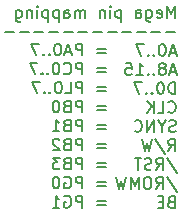
<source format=gbo>
G04 #@! TF.GenerationSoftware,KiCad,Pcbnew,(6.0.7-1)-1*
G04 #@! TF.CreationDate,2023-01-31T16:53:23+01:00*
G04 #@! TF.ProjectId,6502_computer,36353032-5f63-46f6-9d70-757465722e6b,REV*
G04 #@! TF.SameCoordinates,Original*
G04 #@! TF.FileFunction,Legend,Bot*
G04 #@! TF.FilePolarity,Positive*
%FSLAX46Y46*%
G04 Gerber Fmt 4.6, Leading zero omitted, Abs format (unit mm)*
G04 Created by KiCad (PCBNEW (6.0.7-1)-1) date 2023-01-31 16:53:23*
%MOMM*%
%LPD*%
G01*
G04 APERTURE LIST*
G04 Aperture macros list*
%AMRoundRect*
0 Rectangle with rounded corners*
0 $1 Rounding radius*
0 $2 $3 $4 $5 $6 $7 $8 $9 X,Y pos of 4 corners*
0 Add a 4 corners polygon primitive as box body*
4,1,4,$2,$3,$4,$5,$6,$7,$8,$9,$2,$3,0*
0 Add four circle primitives for the rounded corners*
1,1,$1+$1,$2,$3*
1,1,$1+$1,$4,$5*
1,1,$1+$1,$6,$7*
1,1,$1+$1,$8,$9*
0 Add four rect primitives between the rounded corners*
20,1,$1+$1,$2,$3,$4,$5,0*
20,1,$1+$1,$4,$5,$6,$7,0*
20,1,$1+$1,$6,$7,$8,$9,0*
20,1,$1+$1,$8,$9,$2,$3,0*%
G04 Aperture macros list end*
%ADD10C,0.150000*%
%ADD11R,3.500000X3.500000*%
%ADD12RoundRect,0.750000X-0.750000X-1.000000X0.750000X-1.000000X0.750000X1.000000X-0.750000X1.000000X0*%
%ADD13RoundRect,0.875000X-0.875000X-0.875000X0.875000X-0.875000X0.875000X0.875000X-0.875000X0.875000X0*%
%ADD14R,1.700000X1.700000*%
%ADD15O,1.700000X1.700000*%
%ADD16C,3.200000*%
%ADD17C,1.574800*%
%ADD18O,1.574800X1.574800*%
%ADD19C,2.700000*%
%ADD20R,1.600000X1.600000*%
%ADD21O,1.600000X1.600000*%
%ADD22O,1.579880X1.579880*%
%ADD23C,1.600000*%
%ADD24C,3.000000*%
%ADD25R,1.800000X2.600000*%
%ADD26O,1.800000X2.600000*%
%ADD27C,1.440000*%
%ADD28R,1.800000X1.800000*%
%ADD29C,1.800000*%
%ADD30R,1.200000X1.200000*%
%ADD31C,1.200000*%
G04 APERTURE END LIST*
D10*
X98724404Y-56918380D02*
X98724404Y-55918380D01*
X98391071Y-56632666D01*
X98057738Y-55918380D01*
X98057738Y-56918380D01*
X97200595Y-56870761D02*
X97295833Y-56918380D01*
X97486309Y-56918380D01*
X97581547Y-56870761D01*
X97629166Y-56775523D01*
X97629166Y-56394571D01*
X97581547Y-56299333D01*
X97486309Y-56251714D01*
X97295833Y-56251714D01*
X97200595Y-56299333D01*
X97152976Y-56394571D01*
X97152976Y-56489809D01*
X97629166Y-56585047D01*
X96295833Y-56251714D02*
X96295833Y-57061238D01*
X96343452Y-57156476D01*
X96391071Y-57204095D01*
X96486309Y-57251714D01*
X96629166Y-57251714D01*
X96724404Y-57204095D01*
X96295833Y-56870761D02*
X96391071Y-56918380D01*
X96581547Y-56918380D01*
X96676785Y-56870761D01*
X96724404Y-56823142D01*
X96772023Y-56727904D01*
X96772023Y-56442190D01*
X96724404Y-56346952D01*
X96676785Y-56299333D01*
X96581547Y-56251714D01*
X96391071Y-56251714D01*
X96295833Y-56299333D01*
X95391071Y-56918380D02*
X95391071Y-56394571D01*
X95438690Y-56299333D01*
X95533928Y-56251714D01*
X95724404Y-56251714D01*
X95819642Y-56299333D01*
X95391071Y-56870761D02*
X95486309Y-56918380D01*
X95724404Y-56918380D01*
X95819642Y-56870761D01*
X95867261Y-56775523D01*
X95867261Y-56680285D01*
X95819642Y-56585047D01*
X95724404Y-56537428D01*
X95486309Y-56537428D01*
X95391071Y-56489809D01*
X94152976Y-56251714D02*
X94152976Y-57251714D01*
X94152976Y-56299333D02*
X94057738Y-56251714D01*
X93867261Y-56251714D01*
X93772023Y-56299333D01*
X93724404Y-56346952D01*
X93676785Y-56442190D01*
X93676785Y-56727904D01*
X93724404Y-56823142D01*
X93772023Y-56870761D01*
X93867261Y-56918380D01*
X94057738Y-56918380D01*
X94152976Y-56870761D01*
X93248214Y-56918380D02*
X93248214Y-56251714D01*
X93248214Y-55918380D02*
X93295833Y-55966000D01*
X93248214Y-56013619D01*
X93200595Y-55966000D01*
X93248214Y-55918380D01*
X93248214Y-56013619D01*
X92772023Y-56251714D02*
X92772023Y-56918380D01*
X92772023Y-56346952D02*
X92724404Y-56299333D01*
X92629166Y-56251714D01*
X92486309Y-56251714D01*
X92391071Y-56299333D01*
X92343452Y-56394571D01*
X92343452Y-56918380D01*
X91105357Y-56918380D02*
X91105357Y-56251714D01*
X91105357Y-56346952D02*
X91057738Y-56299333D01*
X90962500Y-56251714D01*
X90819642Y-56251714D01*
X90724404Y-56299333D01*
X90676785Y-56394571D01*
X90676785Y-56918380D01*
X90676785Y-56394571D02*
X90629166Y-56299333D01*
X90533928Y-56251714D01*
X90391071Y-56251714D01*
X90295833Y-56299333D01*
X90248214Y-56394571D01*
X90248214Y-56918380D01*
X89343452Y-56918380D02*
X89343452Y-56394571D01*
X89391071Y-56299333D01*
X89486309Y-56251714D01*
X89676785Y-56251714D01*
X89772023Y-56299333D01*
X89343452Y-56870761D02*
X89438690Y-56918380D01*
X89676785Y-56918380D01*
X89772023Y-56870761D01*
X89819642Y-56775523D01*
X89819642Y-56680285D01*
X89772023Y-56585047D01*
X89676785Y-56537428D01*
X89438690Y-56537428D01*
X89343452Y-56489809D01*
X88867261Y-56251714D02*
X88867261Y-57251714D01*
X88867261Y-56299333D02*
X88772023Y-56251714D01*
X88581547Y-56251714D01*
X88486309Y-56299333D01*
X88438690Y-56346952D01*
X88391071Y-56442190D01*
X88391071Y-56727904D01*
X88438690Y-56823142D01*
X88486309Y-56870761D01*
X88581547Y-56918380D01*
X88772023Y-56918380D01*
X88867261Y-56870761D01*
X87962500Y-56251714D02*
X87962500Y-57251714D01*
X87962500Y-56299333D02*
X87867261Y-56251714D01*
X87676785Y-56251714D01*
X87581547Y-56299333D01*
X87533928Y-56346952D01*
X87486309Y-56442190D01*
X87486309Y-56727904D01*
X87533928Y-56823142D01*
X87581547Y-56870761D01*
X87676785Y-56918380D01*
X87867261Y-56918380D01*
X87962500Y-56870761D01*
X87057738Y-56918380D02*
X87057738Y-56251714D01*
X87057738Y-55918380D02*
X87105357Y-55966000D01*
X87057738Y-56013619D01*
X87010119Y-55966000D01*
X87057738Y-55918380D01*
X87057738Y-56013619D01*
X86581547Y-56251714D02*
X86581547Y-56918380D01*
X86581547Y-56346952D02*
X86533928Y-56299333D01*
X86438690Y-56251714D01*
X86295833Y-56251714D01*
X86200595Y-56299333D01*
X86152976Y-56394571D01*
X86152976Y-56918380D01*
X85248214Y-56251714D02*
X85248214Y-57061238D01*
X85295833Y-57156476D01*
X85343452Y-57204095D01*
X85438690Y-57251714D01*
X85581547Y-57251714D01*
X85676785Y-57204095D01*
X85248214Y-56870761D02*
X85343452Y-56918380D01*
X85533928Y-56918380D01*
X85629166Y-56870761D01*
X85676785Y-56823142D01*
X85724404Y-56727904D01*
X85724404Y-56442190D01*
X85676785Y-56346952D01*
X85629166Y-56299333D01*
X85533928Y-56251714D01*
X85343452Y-56251714D01*
X85248214Y-56299333D01*
X98724404Y-58147428D02*
X97962500Y-58147428D01*
X97486309Y-58147428D02*
X96724404Y-58147428D01*
X96248214Y-58147428D02*
X95486309Y-58147428D01*
X95010119Y-58147428D02*
X94248214Y-58147428D01*
X93772023Y-58147428D02*
X93010119Y-58147428D01*
X92533928Y-58147428D02*
X91772023Y-58147428D01*
X91295833Y-58147428D02*
X90533928Y-58147428D01*
X90057738Y-58147428D02*
X89295833Y-58147428D01*
X88819642Y-58147428D02*
X88057738Y-58147428D01*
X87581547Y-58147428D02*
X86819642Y-58147428D01*
X86343452Y-58147428D02*
X85581547Y-58147428D01*
X85105357Y-58147428D02*
X84343452Y-58147428D01*
X98772023Y-59852666D02*
X98295833Y-59852666D01*
X98867261Y-60138380D02*
X98533928Y-59138380D01*
X98200595Y-60138380D01*
X97676785Y-59138380D02*
X97581547Y-59138380D01*
X97486309Y-59186000D01*
X97438690Y-59233619D01*
X97391071Y-59328857D01*
X97343452Y-59519333D01*
X97343452Y-59757428D01*
X97391071Y-59947904D01*
X97438690Y-60043142D01*
X97486309Y-60090761D01*
X97581547Y-60138380D01*
X97676785Y-60138380D01*
X97772023Y-60090761D01*
X97819642Y-60043142D01*
X97867261Y-59947904D01*
X97914880Y-59757428D01*
X97914880Y-59519333D01*
X97867261Y-59328857D01*
X97819642Y-59233619D01*
X97772023Y-59186000D01*
X97676785Y-59138380D01*
X96914880Y-60043142D02*
X96867261Y-60090761D01*
X96914880Y-60138380D01*
X96962500Y-60090761D01*
X96914880Y-60043142D01*
X96914880Y-60138380D01*
X96438690Y-60043142D02*
X96391071Y-60090761D01*
X96438690Y-60138380D01*
X96486309Y-60090761D01*
X96438690Y-60043142D01*
X96438690Y-60138380D01*
X96057738Y-59138380D02*
X95391071Y-59138380D01*
X95819642Y-60138380D01*
X98772023Y-61462666D02*
X98295833Y-61462666D01*
X98867261Y-61748380D02*
X98533928Y-60748380D01*
X98200595Y-61748380D01*
X97724404Y-61176952D02*
X97819642Y-61129333D01*
X97867261Y-61081714D01*
X97914880Y-60986476D01*
X97914880Y-60938857D01*
X97867261Y-60843619D01*
X97819642Y-60796000D01*
X97724404Y-60748380D01*
X97533928Y-60748380D01*
X97438690Y-60796000D01*
X97391071Y-60843619D01*
X97343452Y-60938857D01*
X97343452Y-60986476D01*
X97391071Y-61081714D01*
X97438690Y-61129333D01*
X97533928Y-61176952D01*
X97724404Y-61176952D01*
X97819642Y-61224571D01*
X97867261Y-61272190D01*
X97914880Y-61367428D01*
X97914880Y-61557904D01*
X97867261Y-61653142D01*
X97819642Y-61700761D01*
X97724404Y-61748380D01*
X97533928Y-61748380D01*
X97438690Y-61700761D01*
X97391071Y-61653142D01*
X97343452Y-61557904D01*
X97343452Y-61367428D01*
X97391071Y-61272190D01*
X97438690Y-61224571D01*
X97533928Y-61176952D01*
X96914880Y-61653142D02*
X96867261Y-61700761D01*
X96914880Y-61748380D01*
X96962500Y-61700761D01*
X96914880Y-61653142D01*
X96914880Y-61748380D01*
X96438690Y-61653142D02*
X96391071Y-61700761D01*
X96438690Y-61748380D01*
X96486309Y-61700761D01*
X96438690Y-61653142D01*
X96438690Y-61748380D01*
X95438690Y-61748380D02*
X96010119Y-61748380D01*
X95724404Y-61748380D02*
X95724404Y-60748380D01*
X95819642Y-60891238D01*
X95914880Y-60986476D01*
X96010119Y-61034095D01*
X94533928Y-60748380D02*
X95010119Y-60748380D01*
X95057738Y-61224571D01*
X95010119Y-61176952D01*
X94914880Y-61129333D01*
X94676785Y-61129333D01*
X94581547Y-61176952D01*
X94533928Y-61224571D01*
X94486309Y-61319809D01*
X94486309Y-61557904D01*
X94533928Y-61653142D01*
X94581547Y-61700761D01*
X94676785Y-61748380D01*
X94914880Y-61748380D01*
X95010119Y-61700761D01*
X95057738Y-61653142D01*
X98724404Y-63358380D02*
X98724404Y-62358380D01*
X98486309Y-62358380D01*
X98343452Y-62406000D01*
X98248214Y-62501238D01*
X98200595Y-62596476D01*
X98152976Y-62786952D01*
X98152976Y-62929809D01*
X98200595Y-63120285D01*
X98248214Y-63215523D01*
X98343452Y-63310761D01*
X98486309Y-63358380D01*
X98724404Y-63358380D01*
X97533928Y-62358380D02*
X97438690Y-62358380D01*
X97343452Y-62406000D01*
X97295833Y-62453619D01*
X97248214Y-62548857D01*
X97200595Y-62739333D01*
X97200595Y-62977428D01*
X97248214Y-63167904D01*
X97295833Y-63263142D01*
X97343452Y-63310761D01*
X97438690Y-63358380D01*
X97533928Y-63358380D01*
X97629166Y-63310761D01*
X97676785Y-63263142D01*
X97724404Y-63167904D01*
X97772023Y-62977428D01*
X97772023Y-62739333D01*
X97724404Y-62548857D01*
X97676785Y-62453619D01*
X97629166Y-62406000D01*
X97533928Y-62358380D01*
X96772023Y-63263142D02*
X96724404Y-63310761D01*
X96772023Y-63358380D01*
X96819642Y-63310761D01*
X96772023Y-63263142D01*
X96772023Y-63358380D01*
X96295833Y-63263142D02*
X96248214Y-63310761D01*
X96295833Y-63358380D01*
X96343452Y-63310761D01*
X96295833Y-63263142D01*
X96295833Y-63358380D01*
X95914880Y-62358380D02*
X95248214Y-62358380D01*
X95676785Y-63358380D01*
X98152976Y-64873142D02*
X98200595Y-64920761D01*
X98343452Y-64968380D01*
X98438690Y-64968380D01*
X98581547Y-64920761D01*
X98676785Y-64825523D01*
X98724404Y-64730285D01*
X98772023Y-64539809D01*
X98772023Y-64396952D01*
X98724404Y-64206476D01*
X98676785Y-64111238D01*
X98581547Y-64016000D01*
X98438690Y-63968380D01*
X98343452Y-63968380D01*
X98200595Y-64016000D01*
X98152976Y-64063619D01*
X97248214Y-64968380D02*
X97724404Y-64968380D01*
X97724404Y-63968380D01*
X96914880Y-64968380D02*
X96914880Y-63968380D01*
X96343452Y-64968380D02*
X96772023Y-64396952D01*
X96343452Y-63968380D02*
X96914880Y-64539809D01*
X98772023Y-66530761D02*
X98629166Y-66578380D01*
X98391071Y-66578380D01*
X98295833Y-66530761D01*
X98248214Y-66483142D01*
X98200595Y-66387904D01*
X98200595Y-66292666D01*
X98248214Y-66197428D01*
X98295833Y-66149809D01*
X98391071Y-66102190D01*
X98581547Y-66054571D01*
X98676785Y-66006952D01*
X98724404Y-65959333D01*
X98772023Y-65864095D01*
X98772023Y-65768857D01*
X98724404Y-65673619D01*
X98676785Y-65626000D01*
X98581547Y-65578380D01*
X98343452Y-65578380D01*
X98200595Y-65626000D01*
X97581547Y-66102190D02*
X97581547Y-66578380D01*
X97914880Y-65578380D02*
X97581547Y-66102190D01*
X97248214Y-65578380D01*
X96914880Y-66578380D02*
X96914880Y-65578380D01*
X96343452Y-66578380D01*
X96343452Y-65578380D01*
X95295833Y-66483142D02*
X95343452Y-66530761D01*
X95486309Y-66578380D01*
X95581547Y-66578380D01*
X95724404Y-66530761D01*
X95819642Y-66435523D01*
X95867261Y-66340285D01*
X95914880Y-66149809D01*
X95914880Y-66006952D01*
X95867261Y-65816476D01*
X95819642Y-65721238D01*
X95724404Y-65626000D01*
X95581547Y-65578380D01*
X95486309Y-65578380D01*
X95343452Y-65626000D01*
X95295833Y-65673619D01*
X98152976Y-68188380D02*
X98486309Y-67712190D01*
X98724404Y-68188380D02*
X98724404Y-67188380D01*
X98343452Y-67188380D01*
X98248214Y-67236000D01*
X98200595Y-67283619D01*
X98152976Y-67378857D01*
X98152976Y-67521714D01*
X98200595Y-67616952D01*
X98248214Y-67664571D01*
X98343452Y-67712190D01*
X98724404Y-67712190D01*
X97010119Y-67140761D02*
X97867261Y-68426476D01*
X96772023Y-67188380D02*
X96533928Y-68188380D01*
X96343452Y-67474095D01*
X96152976Y-68188380D01*
X95914880Y-67188380D01*
X98010119Y-68750761D02*
X98867261Y-70036476D01*
X97105357Y-69798380D02*
X97438690Y-69322190D01*
X97676785Y-69798380D02*
X97676785Y-68798380D01*
X97295833Y-68798380D01*
X97200595Y-68846000D01*
X97152976Y-68893619D01*
X97105357Y-68988857D01*
X97105357Y-69131714D01*
X97152976Y-69226952D01*
X97200595Y-69274571D01*
X97295833Y-69322190D01*
X97676785Y-69322190D01*
X96724404Y-69750761D02*
X96581547Y-69798380D01*
X96343452Y-69798380D01*
X96248214Y-69750761D01*
X96200595Y-69703142D01*
X96152976Y-69607904D01*
X96152976Y-69512666D01*
X96200595Y-69417428D01*
X96248214Y-69369809D01*
X96343452Y-69322190D01*
X96533928Y-69274571D01*
X96629166Y-69226952D01*
X96676785Y-69179333D01*
X96724404Y-69084095D01*
X96724404Y-68988857D01*
X96676785Y-68893619D01*
X96629166Y-68846000D01*
X96533928Y-68798380D01*
X96295833Y-68798380D01*
X96152976Y-68846000D01*
X95867261Y-68798380D02*
X95295833Y-68798380D01*
X95581547Y-69798380D02*
X95581547Y-68798380D01*
X98010119Y-70360761D02*
X98867261Y-71646476D01*
X97105357Y-71408380D02*
X97438690Y-70932190D01*
X97676785Y-71408380D02*
X97676785Y-70408380D01*
X97295833Y-70408380D01*
X97200595Y-70456000D01*
X97152976Y-70503619D01*
X97105357Y-70598857D01*
X97105357Y-70741714D01*
X97152976Y-70836952D01*
X97200595Y-70884571D01*
X97295833Y-70932190D01*
X97676785Y-70932190D01*
X96486309Y-70408380D02*
X96295833Y-70408380D01*
X96200595Y-70456000D01*
X96105357Y-70551238D01*
X96057738Y-70741714D01*
X96057738Y-71075047D01*
X96105357Y-71265523D01*
X96200595Y-71360761D01*
X96295833Y-71408380D01*
X96486309Y-71408380D01*
X96581547Y-71360761D01*
X96676785Y-71265523D01*
X96724404Y-71075047D01*
X96724404Y-70741714D01*
X96676785Y-70551238D01*
X96581547Y-70456000D01*
X96486309Y-70408380D01*
X95629166Y-71408380D02*
X95629166Y-70408380D01*
X95295833Y-71122666D01*
X94962500Y-70408380D01*
X94962500Y-71408380D01*
X94581547Y-70408380D02*
X94343452Y-71408380D01*
X94152976Y-70694095D01*
X93962500Y-71408380D01*
X93724404Y-70408380D01*
X98391071Y-72494571D02*
X98248214Y-72542190D01*
X98200595Y-72589809D01*
X98152976Y-72685047D01*
X98152976Y-72827904D01*
X98200595Y-72923142D01*
X98248214Y-72970761D01*
X98343452Y-73018380D01*
X98724404Y-73018380D01*
X98724404Y-72018380D01*
X98391071Y-72018380D01*
X98295833Y-72066000D01*
X98248214Y-72113619D01*
X98200595Y-72208857D01*
X98200595Y-72304095D01*
X98248214Y-72399333D01*
X98295833Y-72446952D01*
X98391071Y-72494571D01*
X98724404Y-72494571D01*
X97724404Y-72494571D02*
X97391071Y-72494571D01*
X97248214Y-73018380D02*
X97724404Y-73018380D01*
X97724404Y-72018380D01*
X97248214Y-72018380D01*
X92882404Y-59571571D02*
X92120500Y-59571571D01*
X92120500Y-59857285D02*
X92882404Y-59857285D01*
X90882404Y-60095380D02*
X90882404Y-59095380D01*
X90501452Y-59095380D01*
X90406214Y-59143000D01*
X90358595Y-59190619D01*
X90310976Y-59285857D01*
X90310976Y-59428714D01*
X90358595Y-59523952D01*
X90406214Y-59571571D01*
X90501452Y-59619190D01*
X90882404Y-59619190D01*
X89930023Y-59809666D02*
X89453833Y-59809666D01*
X90025261Y-60095380D02*
X89691928Y-59095380D01*
X89358595Y-60095380D01*
X88834785Y-59095380D02*
X88739547Y-59095380D01*
X88644309Y-59143000D01*
X88596690Y-59190619D01*
X88549071Y-59285857D01*
X88501452Y-59476333D01*
X88501452Y-59714428D01*
X88549071Y-59904904D01*
X88596690Y-60000142D01*
X88644309Y-60047761D01*
X88739547Y-60095380D01*
X88834785Y-60095380D01*
X88930023Y-60047761D01*
X88977642Y-60000142D01*
X89025261Y-59904904D01*
X89072880Y-59714428D01*
X89072880Y-59476333D01*
X89025261Y-59285857D01*
X88977642Y-59190619D01*
X88930023Y-59143000D01*
X88834785Y-59095380D01*
X88072880Y-60000142D02*
X88025261Y-60047761D01*
X88072880Y-60095380D01*
X88120500Y-60047761D01*
X88072880Y-60000142D01*
X88072880Y-60095380D01*
X87596690Y-60000142D02*
X87549071Y-60047761D01*
X87596690Y-60095380D01*
X87644309Y-60047761D01*
X87596690Y-60000142D01*
X87596690Y-60095380D01*
X87215738Y-59095380D02*
X86549071Y-59095380D01*
X86977642Y-60095380D01*
X92882404Y-61181571D02*
X92120500Y-61181571D01*
X92120500Y-61467285D02*
X92882404Y-61467285D01*
X90882404Y-61705380D02*
X90882404Y-60705380D01*
X90501452Y-60705380D01*
X90406214Y-60753000D01*
X90358595Y-60800619D01*
X90310976Y-60895857D01*
X90310976Y-61038714D01*
X90358595Y-61133952D01*
X90406214Y-61181571D01*
X90501452Y-61229190D01*
X90882404Y-61229190D01*
X89310976Y-61610142D02*
X89358595Y-61657761D01*
X89501452Y-61705380D01*
X89596690Y-61705380D01*
X89739547Y-61657761D01*
X89834785Y-61562523D01*
X89882404Y-61467285D01*
X89930023Y-61276809D01*
X89930023Y-61133952D01*
X89882404Y-60943476D01*
X89834785Y-60848238D01*
X89739547Y-60753000D01*
X89596690Y-60705380D01*
X89501452Y-60705380D01*
X89358595Y-60753000D01*
X89310976Y-60800619D01*
X88691928Y-60705380D02*
X88596690Y-60705380D01*
X88501452Y-60753000D01*
X88453833Y-60800619D01*
X88406214Y-60895857D01*
X88358595Y-61086333D01*
X88358595Y-61324428D01*
X88406214Y-61514904D01*
X88453833Y-61610142D01*
X88501452Y-61657761D01*
X88596690Y-61705380D01*
X88691928Y-61705380D01*
X88787166Y-61657761D01*
X88834785Y-61610142D01*
X88882404Y-61514904D01*
X88930023Y-61324428D01*
X88930023Y-61086333D01*
X88882404Y-60895857D01*
X88834785Y-60800619D01*
X88787166Y-60753000D01*
X88691928Y-60705380D01*
X87930023Y-61610142D02*
X87882404Y-61657761D01*
X87930023Y-61705380D01*
X87977642Y-61657761D01*
X87930023Y-61610142D01*
X87930023Y-61705380D01*
X87453833Y-61610142D02*
X87406214Y-61657761D01*
X87453833Y-61705380D01*
X87501452Y-61657761D01*
X87453833Y-61610142D01*
X87453833Y-61705380D01*
X87072880Y-60705380D02*
X86406214Y-60705380D01*
X86834785Y-61705380D01*
X92882404Y-62791571D02*
X92120500Y-62791571D01*
X92120500Y-63077285D02*
X92882404Y-63077285D01*
X90882404Y-63315380D02*
X90882404Y-62315380D01*
X90501452Y-62315380D01*
X90406214Y-62363000D01*
X90358595Y-62410619D01*
X90310976Y-62505857D01*
X90310976Y-62648714D01*
X90358595Y-62743952D01*
X90406214Y-62791571D01*
X90501452Y-62839190D01*
X90882404Y-62839190D01*
X89406214Y-63315380D02*
X89882404Y-63315380D01*
X89882404Y-62315380D01*
X88882404Y-62315380D02*
X88787166Y-62315380D01*
X88691928Y-62363000D01*
X88644309Y-62410619D01*
X88596690Y-62505857D01*
X88549071Y-62696333D01*
X88549071Y-62934428D01*
X88596690Y-63124904D01*
X88644309Y-63220142D01*
X88691928Y-63267761D01*
X88787166Y-63315380D01*
X88882404Y-63315380D01*
X88977642Y-63267761D01*
X89025261Y-63220142D01*
X89072880Y-63124904D01*
X89120500Y-62934428D01*
X89120500Y-62696333D01*
X89072880Y-62505857D01*
X89025261Y-62410619D01*
X88977642Y-62363000D01*
X88882404Y-62315380D01*
X88120500Y-63220142D02*
X88072880Y-63267761D01*
X88120500Y-63315380D01*
X88168119Y-63267761D01*
X88120500Y-63220142D01*
X88120500Y-63315380D01*
X87644309Y-63220142D02*
X87596690Y-63267761D01*
X87644309Y-63315380D01*
X87691928Y-63267761D01*
X87644309Y-63220142D01*
X87644309Y-63315380D01*
X87263357Y-62315380D02*
X86596690Y-62315380D01*
X87025261Y-63315380D01*
X92882404Y-64401571D02*
X92120500Y-64401571D01*
X92120500Y-64687285D02*
X92882404Y-64687285D01*
X90882404Y-64925380D02*
X90882404Y-63925380D01*
X90501452Y-63925380D01*
X90406214Y-63973000D01*
X90358595Y-64020619D01*
X90310976Y-64115857D01*
X90310976Y-64258714D01*
X90358595Y-64353952D01*
X90406214Y-64401571D01*
X90501452Y-64449190D01*
X90882404Y-64449190D01*
X89549071Y-64401571D02*
X89406214Y-64449190D01*
X89358595Y-64496809D01*
X89310976Y-64592047D01*
X89310976Y-64734904D01*
X89358595Y-64830142D01*
X89406214Y-64877761D01*
X89501452Y-64925380D01*
X89882404Y-64925380D01*
X89882404Y-63925380D01*
X89549071Y-63925380D01*
X89453833Y-63973000D01*
X89406214Y-64020619D01*
X89358595Y-64115857D01*
X89358595Y-64211095D01*
X89406214Y-64306333D01*
X89453833Y-64353952D01*
X89549071Y-64401571D01*
X89882404Y-64401571D01*
X88691928Y-63925380D02*
X88596690Y-63925380D01*
X88501452Y-63973000D01*
X88453833Y-64020619D01*
X88406214Y-64115857D01*
X88358595Y-64306333D01*
X88358595Y-64544428D01*
X88406214Y-64734904D01*
X88453833Y-64830142D01*
X88501452Y-64877761D01*
X88596690Y-64925380D01*
X88691928Y-64925380D01*
X88787166Y-64877761D01*
X88834785Y-64830142D01*
X88882404Y-64734904D01*
X88930023Y-64544428D01*
X88930023Y-64306333D01*
X88882404Y-64115857D01*
X88834785Y-64020619D01*
X88787166Y-63973000D01*
X88691928Y-63925380D01*
X92882404Y-66011571D02*
X92120500Y-66011571D01*
X92120500Y-66297285D02*
X92882404Y-66297285D01*
X90882404Y-66535380D02*
X90882404Y-65535380D01*
X90501452Y-65535380D01*
X90406214Y-65583000D01*
X90358595Y-65630619D01*
X90310976Y-65725857D01*
X90310976Y-65868714D01*
X90358595Y-65963952D01*
X90406214Y-66011571D01*
X90501452Y-66059190D01*
X90882404Y-66059190D01*
X89549071Y-66011571D02*
X89406214Y-66059190D01*
X89358595Y-66106809D01*
X89310976Y-66202047D01*
X89310976Y-66344904D01*
X89358595Y-66440142D01*
X89406214Y-66487761D01*
X89501452Y-66535380D01*
X89882404Y-66535380D01*
X89882404Y-65535380D01*
X89549071Y-65535380D01*
X89453833Y-65583000D01*
X89406214Y-65630619D01*
X89358595Y-65725857D01*
X89358595Y-65821095D01*
X89406214Y-65916333D01*
X89453833Y-65963952D01*
X89549071Y-66011571D01*
X89882404Y-66011571D01*
X88358595Y-66535380D02*
X88930023Y-66535380D01*
X88644309Y-66535380D02*
X88644309Y-65535380D01*
X88739547Y-65678238D01*
X88834785Y-65773476D01*
X88930023Y-65821095D01*
X92882404Y-67621571D02*
X92120500Y-67621571D01*
X92120500Y-67907285D02*
X92882404Y-67907285D01*
X90882404Y-68145380D02*
X90882404Y-67145380D01*
X90501452Y-67145380D01*
X90406214Y-67193000D01*
X90358595Y-67240619D01*
X90310976Y-67335857D01*
X90310976Y-67478714D01*
X90358595Y-67573952D01*
X90406214Y-67621571D01*
X90501452Y-67669190D01*
X90882404Y-67669190D01*
X89549071Y-67621571D02*
X89406214Y-67669190D01*
X89358595Y-67716809D01*
X89310976Y-67812047D01*
X89310976Y-67954904D01*
X89358595Y-68050142D01*
X89406214Y-68097761D01*
X89501452Y-68145380D01*
X89882404Y-68145380D01*
X89882404Y-67145380D01*
X89549071Y-67145380D01*
X89453833Y-67193000D01*
X89406214Y-67240619D01*
X89358595Y-67335857D01*
X89358595Y-67431095D01*
X89406214Y-67526333D01*
X89453833Y-67573952D01*
X89549071Y-67621571D01*
X89882404Y-67621571D01*
X88930023Y-67240619D02*
X88882404Y-67193000D01*
X88787166Y-67145380D01*
X88549071Y-67145380D01*
X88453833Y-67193000D01*
X88406214Y-67240619D01*
X88358595Y-67335857D01*
X88358595Y-67431095D01*
X88406214Y-67573952D01*
X88977642Y-68145380D01*
X88358595Y-68145380D01*
X92882404Y-69231571D02*
X92120500Y-69231571D01*
X92120500Y-69517285D02*
X92882404Y-69517285D01*
X90882404Y-69755380D02*
X90882404Y-68755380D01*
X90501452Y-68755380D01*
X90406214Y-68803000D01*
X90358595Y-68850619D01*
X90310976Y-68945857D01*
X90310976Y-69088714D01*
X90358595Y-69183952D01*
X90406214Y-69231571D01*
X90501452Y-69279190D01*
X90882404Y-69279190D01*
X89549071Y-69231571D02*
X89406214Y-69279190D01*
X89358595Y-69326809D01*
X89310976Y-69422047D01*
X89310976Y-69564904D01*
X89358595Y-69660142D01*
X89406214Y-69707761D01*
X89501452Y-69755380D01*
X89882404Y-69755380D01*
X89882404Y-68755380D01*
X89549071Y-68755380D01*
X89453833Y-68803000D01*
X89406214Y-68850619D01*
X89358595Y-68945857D01*
X89358595Y-69041095D01*
X89406214Y-69136333D01*
X89453833Y-69183952D01*
X89549071Y-69231571D01*
X89882404Y-69231571D01*
X88977642Y-68755380D02*
X88358595Y-68755380D01*
X88691928Y-69136333D01*
X88549071Y-69136333D01*
X88453833Y-69183952D01*
X88406214Y-69231571D01*
X88358595Y-69326809D01*
X88358595Y-69564904D01*
X88406214Y-69660142D01*
X88453833Y-69707761D01*
X88549071Y-69755380D01*
X88834785Y-69755380D01*
X88930023Y-69707761D01*
X88977642Y-69660142D01*
X92882404Y-70841571D02*
X92120500Y-70841571D01*
X92120500Y-71127285D02*
X92882404Y-71127285D01*
X90882404Y-71365380D02*
X90882404Y-70365380D01*
X90501452Y-70365380D01*
X90406214Y-70413000D01*
X90358595Y-70460619D01*
X90310976Y-70555857D01*
X90310976Y-70698714D01*
X90358595Y-70793952D01*
X90406214Y-70841571D01*
X90501452Y-70889190D01*
X90882404Y-70889190D01*
X89358595Y-70413000D02*
X89453833Y-70365380D01*
X89596690Y-70365380D01*
X89739547Y-70413000D01*
X89834785Y-70508238D01*
X89882404Y-70603476D01*
X89930023Y-70793952D01*
X89930023Y-70936809D01*
X89882404Y-71127285D01*
X89834785Y-71222523D01*
X89739547Y-71317761D01*
X89596690Y-71365380D01*
X89501452Y-71365380D01*
X89358595Y-71317761D01*
X89310976Y-71270142D01*
X89310976Y-70936809D01*
X89501452Y-70936809D01*
X88691928Y-70365380D02*
X88596690Y-70365380D01*
X88501452Y-70413000D01*
X88453833Y-70460619D01*
X88406214Y-70555857D01*
X88358595Y-70746333D01*
X88358595Y-70984428D01*
X88406214Y-71174904D01*
X88453833Y-71270142D01*
X88501452Y-71317761D01*
X88596690Y-71365380D01*
X88691928Y-71365380D01*
X88787166Y-71317761D01*
X88834785Y-71270142D01*
X88882404Y-71174904D01*
X88930023Y-70984428D01*
X88930023Y-70746333D01*
X88882404Y-70555857D01*
X88834785Y-70460619D01*
X88787166Y-70413000D01*
X88691928Y-70365380D01*
X92882404Y-72451571D02*
X92120500Y-72451571D01*
X92120500Y-72737285D02*
X92882404Y-72737285D01*
X90882404Y-72975380D02*
X90882404Y-71975380D01*
X90501452Y-71975380D01*
X90406214Y-72023000D01*
X90358595Y-72070619D01*
X90310976Y-72165857D01*
X90310976Y-72308714D01*
X90358595Y-72403952D01*
X90406214Y-72451571D01*
X90501452Y-72499190D01*
X90882404Y-72499190D01*
X89358595Y-72023000D02*
X89453833Y-71975380D01*
X89596690Y-71975380D01*
X89739547Y-72023000D01*
X89834785Y-72118238D01*
X89882404Y-72213476D01*
X89930023Y-72403952D01*
X89930023Y-72546809D01*
X89882404Y-72737285D01*
X89834785Y-72832523D01*
X89739547Y-72927761D01*
X89596690Y-72975380D01*
X89501452Y-72975380D01*
X89358595Y-72927761D01*
X89310976Y-72880142D01*
X89310976Y-72546809D01*
X89501452Y-72546809D01*
X88358595Y-72975380D02*
X88930023Y-72975380D01*
X88644309Y-72975380D02*
X88644309Y-71975380D01*
X88739547Y-72118238D01*
X88834785Y-72213476D01*
X88930023Y-72261095D01*
%LPC*%
D11*
X79939400Y-104960500D03*
D12*
X73939400Y-104960500D03*
D13*
X76939400Y-109660500D03*
D14*
X179070000Y-96520000D03*
D15*
X179070000Y-99060000D03*
X179070000Y-101600000D03*
D14*
X71120000Y-148530000D03*
D15*
X73660000Y-148530000D03*
X76200000Y-148530000D03*
X78740000Y-148530000D03*
X81280000Y-148530000D03*
X83820000Y-148530000D03*
X86360000Y-148530000D03*
X88900000Y-148530000D03*
X91440000Y-148530000D03*
X93980000Y-148530000D03*
X96520000Y-148530000D03*
X99060000Y-148530000D03*
X101600000Y-148530000D03*
X104140000Y-148530000D03*
X106680000Y-148530000D03*
X109220000Y-148530000D03*
X111760000Y-148530000D03*
X114300000Y-148530000D03*
X116840000Y-148530000D03*
X119380000Y-148530000D03*
X121920000Y-148530000D03*
X124460000Y-148530000D03*
X127000000Y-148530000D03*
X129540000Y-148530000D03*
X132080000Y-148530000D03*
X134620000Y-148530000D03*
X137160000Y-148530000D03*
X139700000Y-148530000D03*
X142240000Y-148530000D03*
X144780000Y-148530000D03*
X147320000Y-148530000D03*
X149860000Y-148530000D03*
X152400000Y-148530000D03*
X154940000Y-148530000D03*
X157480000Y-148530000D03*
X160020000Y-148530000D03*
X162560000Y-148530000D03*
X165100000Y-148530000D03*
X167640000Y-148530000D03*
X170180000Y-148530000D03*
D14*
X165125000Y-96530000D03*
D15*
X165125000Y-99070000D03*
X165125000Y-101610000D03*
X165125000Y-104150000D03*
D14*
X175260000Y-148530000D03*
D15*
X177800000Y-148530000D03*
X180340000Y-148530000D03*
X182880000Y-148530000D03*
X185420000Y-148530000D03*
X187960000Y-148530000D03*
D14*
X78586000Y-93880000D03*
D15*
X81126000Y-93880000D03*
D16*
X72828892Y-142034392D03*
X147504892Y-142034392D03*
X147504892Y-116380392D03*
X72828892Y-116380392D03*
D14*
X96450892Y-114602392D03*
D15*
X98990892Y-114602392D03*
D17*
X101530892Y-114602392D03*
X104070892Y-114602392D03*
D15*
X106610892Y-114602392D03*
D18*
X109150892Y-114602392D03*
X111690892Y-114602392D03*
X114230892Y-114602392D03*
X116770892Y-114602392D03*
X119310892Y-114602392D03*
D15*
X121850892Y-114602392D03*
X124390892Y-114602392D03*
X126930892Y-114602392D03*
D14*
X71120000Y-93980000D03*
D15*
X68580000Y-93980000D03*
X71120000Y-91440000D03*
X68580000Y-91440000D03*
X71120000Y-88900000D03*
X68580000Y-88900000D03*
X71120000Y-86360000D03*
X68580000Y-86360000D03*
X71120000Y-83820000D03*
X68580000Y-83820000D03*
X71120000Y-81280000D03*
X68580000Y-81280000D03*
X71120000Y-78740000D03*
X68580000Y-78740000D03*
X71120000Y-76200000D03*
X68580000Y-76200000D03*
X71120000Y-73660000D03*
X68580000Y-73660000D03*
X71120000Y-71120000D03*
X68580000Y-71120000D03*
X71120000Y-68580000D03*
X68580000Y-68580000D03*
X71120000Y-66040000D03*
X68580000Y-66040000D03*
X71120000Y-63500000D03*
X68580000Y-63500000D03*
X71120000Y-60960000D03*
X68580000Y-60960000D03*
X71120000Y-58420000D03*
X68580000Y-58420000D03*
X71120000Y-55880000D03*
X68580000Y-55880000D03*
X71120000Y-53340000D03*
X68580000Y-53340000D03*
X71120000Y-50800000D03*
X68580000Y-50800000D03*
D14*
X192303000Y-96540000D03*
D15*
X192303000Y-99080000D03*
D19*
X80748000Y-88265000D03*
X231624000Y-88265000D03*
X80748000Y-48387000D03*
X231624000Y-48387000D03*
D14*
X93956000Y-84709000D03*
D15*
X96496000Y-84709000D03*
X99036000Y-84709000D03*
X101576000Y-84709000D03*
X104116000Y-84709000D03*
X106656000Y-84709000D03*
X109196000Y-84709000D03*
X111736000Y-84709000D03*
X114276000Y-84709000D03*
X116816000Y-84709000D03*
X119356000Y-84709000D03*
X121896000Y-84709000D03*
X124436000Y-84709000D03*
X126976000Y-84709000D03*
X129516000Y-84709000D03*
X132056000Y-84709000D03*
X134596000Y-84709000D03*
X137136000Y-84709000D03*
X139676000Y-84709000D03*
X142216000Y-84709000D03*
X144756000Y-84709000D03*
X147296000Y-84709000D03*
X149836000Y-84709000D03*
X152376000Y-84709000D03*
X154916000Y-84709000D03*
X157456000Y-84709000D03*
X159996000Y-84709000D03*
X162536000Y-84709000D03*
X165076000Y-84709000D03*
X167616000Y-84709000D03*
X170156000Y-84709000D03*
X172696000Y-84709000D03*
X175236000Y-84709000D03*
X177776000Y-84709000D03*
X180316000Y-84709000D03*
X182856000Y-84709000D03*
X185396000Y-84709000D03*
X187936000Y-84709000D03*
X190476000Y-84709000D03*
X193016000Y-84709000D03*
X195556000Y-84709000D03*
X198096000Y-84709000D03*
X200636000Y-84709000D03*
X203176000Y-84709000D03*
X205716000Y-84709000D03*
X208256000Y-84709000D03*
X210796000Y-84709000D03*
X213336000Y-84709000D03*
X215876000Y-84709000D03*
X218416000Y-84709000D03*
D20*
X97790000Y-109220000D03*
D21*
X100330000Y-109220000D03*
X102870000Y-109220000D03*
X105410000Y-109220000D03*
X107950000Y-109220000D03*
D22*
X110490000Y-109220000D03*
X113030000Y-109220000D03*
X115570000Y-109220000D03*
D21*
X118110000Y-109220000D03*
X120650000Y-109220000D03*
X123190000Y-109220000D03*
X125730000Y-109220000D03*
X128270000Y-109220000D03*
X130810000Y-109220000D03*
X133350000Y-109220000D03*
X135890000Y-109220000D03*
X138430000Y-109220000D03*
X140970000Y-109220000D03*
X143510000Y-109220000D03*
X146050000Y-109220000D03*
X146050000Y-93980000D03*
X143510000Y-93980000D03*
X140970000Y-93980000D03*
D22*
X138430000Y-93980000D03*
X135890000Y-93980000D03*
X133350000Y-93980000D03*
D21*
X130810000Y-93980000D03*
X128270000Y-93980000D03*
X125730000Y-93980000D03*
X123190000Y-93980000D03*
X120650000Y-93980000D03*
X118110000Y-93980000D03*
X115570000Y-93980000D03*
X113030000Y-93980000D03*
X110490000Y-93980000D03*
X107950000Y-93980000D03*
X105410000Y-93980000D03*
X102870000Y-93980000D03*
X100330000Y-93980000D03*
X97790000Y-93980000D03*
D23*
X149860000Y-109180000D03*
X149860000Y-104180000D03*
D14*
X193040000Y-148530000D03*
D15*
X195580000Y-148530000D03*
X198120000Y-148530000D03*
X200660000Y-148530000D03*
X203200000Y-148530000D03*
X205740000Y-148530000D03*
X208280000Y-148530000D03*
X210820000Y-148530000D03*
X213360000Y-148530000D03*
X215900000Y-148530000D03*
X218440000Y-148530000D03*
X220980000Y-148530000D03*
X223520000Y-148530000D03*
X226060000Y-148530000D03*
X228600000Y-148530000D03*
X231140000Y-148530000D03*
D24*
X230793480Y-143522700D03*
X230794000Y-112522000D03*
X155794900Y-112522000D03*
X155794900Y-143522700D03*
D25*
X161294000Y-112522000D03*
D26*
X163834000Y-112522000D03*
X166374000Y-112522000D03*
X168914000Y-112522000D03*
X171454000Y-112522000D03*
X173994000Y-112522000D03*
X176534000Y-112522000D03*
X179074000Y-112522000D03*
X181614000Y-112522000D03*
X184154000Y-112522000D03*
X186694000Y-112522000D03*
X189234000Y-112522000D03*
X191774000Y-112522000D03*
X194314000Y-112522000D03*
X196854000Y-112522000D03*
X199394000Y-112522000D03*
D27*
X228600000Y-104902000D03*
X226060000Y-102362000D03*
X223520000Y-104902000D03*
D28*
X90158000Y-98298000D03*
D29*
X90158000Y-95758000D03*
D23*
X90170000Y-100965000D03*
D21*
X90170000Y-108585000D03*
D30*
X83820000Y-100330000D03*
D31*
X85320000Y-100330000D03*
M02*

</source>
